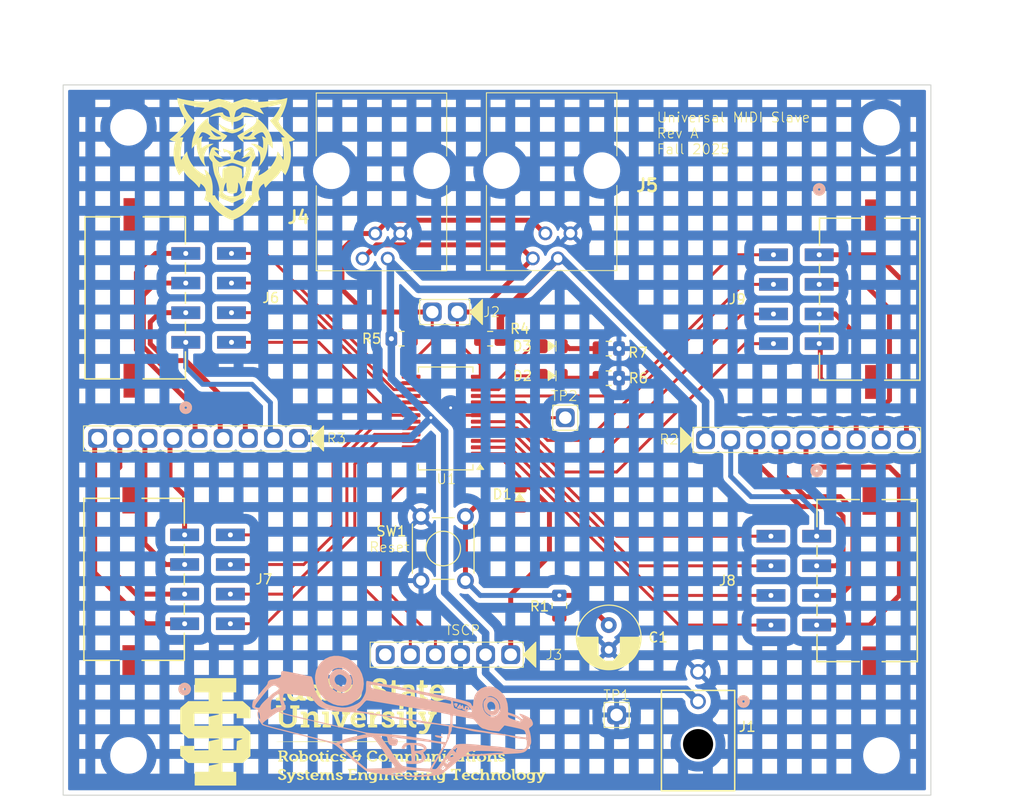
<source format=kicad_pcb>
(kicad_pcb (version 20241229) (generator "pcbnew") (generator_version "9.0")
  (layers (0 "F.Cu" signal) (2 "B.Cu" signal) (13 "F.Paste" user) (15 "B.Paste" user) (5 "F.SilkS" user "F.Silkscreen") (7 "B.SilkS" user "B.Silkscreen") (1 "F.Mask" user) (3 "B.Mask" user) (25 "Edge.Cuts" user))
  (net 0 "")
  (net 1 "Net-(D1-A)")
  (net 2 "Net-(D1-K)")
  (net 3 "Net-(D2-K)")
  (net 4 "Net-(D3-K)")
  (net 5 "Net-(D3-A)")
  (net 6 "GND")
  (net 7 "Net-(U1-RC3)")
  (net 8 "Net-(U1-RC4)")
  (net 9 "Net-(U1-ICSPDAT{slash}RB7)")
  (net 10 "Net-(U1-ICSPCLK{slash}RB6)")
  (net 12 "Net-(R3-R2)")
  (net 13 "Net-(R3-R3)")
  (net 14 "Net-(R3-R4)")
  (net 15 "Net-(R3-R1)")
  (net 16 "Net-(R3-R8)")
  (net 17 "Net-(R3-R7)")
  (net 18 "Net-(R3-R6)")
  (net 19 "Net-(R3-R5)")
  (net 20 "Net-(R2-R2)")
  (net 21 "Net-(R2-R4)")
  (net 22 "Net-(R2-R3)")
  (net 23 "Net-(R2-R1)")
  (net 24 "Net-(R2-R5)")
  (net 25 "Net-(R2-R8)")
  (net 26 "Net-(R2-R6)")
  (net 27 "Net-(R2-R7)")
  (net 28 "Net-(R1-Pad1)")
  (net 29 "Net-(U1-RA6)")
  (net 30 "Net-(U1-V_{DD})")
  (net 31 "Net-(U1-RA1)")
  (net 32 "Net-(U1-RA0)")
  (net 33 "Net-(U1-RB0)")
  (net 34 "Net-(U1-RA5)")
  (net 35 "Net-(U1-RB4)")
  (net 36 "Net-(U1-RB2)")
  (net 37 "Net-(U1-RB3)")
  (net 38 "Net-(U1-RC5)")
  (net 39 "Net-(U1-RC6)")
  (net 40 "Net-(U1-RC7)")
  (net 41 "Net-(U1-RB1)")
  (net 42 "Net-(U1-RA2)")
  (net 43 "Net-(U1-RA4)")
  (net 44 "Net-(U1-RA3)")
  (net 45 "Net-(U1-RC0)")
  (net 46 "Net-(D2-A)")
  (net 47 "Net-(U1-RA7)")
  (footprint "2JB_Footprints:C_0805" (layer "F.Cu") (at 201 73)
    (property "Reference" "R6" (at 3 0 0) (layer "F.SilkS"))
    (property "Value" "330Ω")
    (pad "1" smd roundrect (at -1.0375 0) (size 1.175 1.45) (layers "F.Cu" "F.Mask" "F.Paste") (roundrect_rratio 0.212766) (net 3 "Net-(D2-K)"))
    (pad "2" thru_hole roundrect (at 1.0375 0) (size 1.175 1.45) (drill 0.5) (layers "*.Cu" "*.Mask") (roundrect_rratio 0.212766) (net 6 "GND"))
  )
  (footprint "2JB_Footprints:1X6_100mil_Header" (layer "F.Cu") (at 184.73 107.604 180)
    (property "Reference" "J3" (at -10.73 6.604 0) (layer "F.SilkS") (effects (font (thickness 0.1))))
    (property "Value" "ISCP")
    (pad "1" thru_hole roundrect (at -6.35 6.604 180) (size 1.905 1.905) (drill 1.27) (layers "*.Cu" "*.Mask") (net 2 "Net-(D1-K)"))
    (pad "2" thru_hole roundrect (at -3.81 6.604 180) (size 1.905 1.905) (drill 1.27) (layers "*.Cu" "*.Mask") (net 30 "Net-(U1-V_{DD})"))
    (pad "3" thru_hole roundrect (at -1.27 6.604 180) (size 1.905 1.905) (drill 1.27) (layers "*.Cu" "*.Mask") (net 6 "GND"))
    (pad "4" thru_hole roundrect (at 1.27 6.604 180) (size 1.905 1.905) (drill 1.27) (layers "*.Cu" "*.Mask") (net 9 "Net-(U1-ICSPDAT{slash}RB7)"))
    (pad "5" thru_hole roundrect (at 3.81 6.604 180) (size 1.905 1.905) (drill 1.27) (layers "*.Cu" "*.Mask") (net 10 "Net-(U1-ICSPCLK{slash}RB6)"))
    (pad "6" thru_hole roundrect (at 6.35 6.604 180) (size 1.905 1.905) (drill 1.27) (layers "*.Cu" "*.Mask"))
  )
  (footprint "2JB_Logos:Bengal_Head_0_5x0_5" (layer "F.Cu") (at 162.9 50.8)
    (property "Reference" "G***" (hide yes))
    (property "Value" "LOGO" (hide yes))
  )
  (footprint "2JB_Footprints:1x9_100mil_Header" (layer "F.Cu") (at 219.662999 77.68)
    (property "Reference" "R2" (at -12.562999 1.52 0) (layer "F.SilkS") (effects (font (thickness 0.1))))
    (property "Value" "330Ω")
    (pad "1" thru_hole roundrect (at -8.86 1.57) (size 1.905 1.905) (drill 1.27) (layers "*.Cu" "*.Mask") (net 30 "Net-(U1-V_{DD})"))
    (pad "2" thru_hole roundrect (at -6.32 1.57) (size 1.905 1.905) (drill 1.27) (layers "*.Cu" "*.Mask") (net 23 "Net-(R2-R1)"))
    (pad "3" thru_hole roundrect (at -3.78 1.57) (size 1.905 1.905) (drill 1.27) (layers "*.Cu" "*.Mask") (net 20 "Net-(R2-R2)"))
    (pad "4" thru_hole roundrect (at -1.24 1.57) (size 1.905 1.905) (drill 1.27) (layers "*.Cu" "*.Mask") (net 22 "Net-(R2-R3)"))
    (pad "5" thru_hole roundrect (at 1.3 1.57) (size 1.905 1.905) (drill 1.27) (layers "*.Cu" "*.Mask") (net 21 "Net-(R2-R4)"))
    (pad "6" thru_hole roundrect (at 3.84 1.57) (size 1.905 1.905) (drill 1.27) (layers "*.Cu" "*.Mask") (net 24 "Net-(R2-R5)"))
    (pad "7" thru_hole roundrect (at 6.38 1.57) (size 1.905 1.905) (drill 1.27) (layers "*.Cu" "*.Mask") (net 26 "Net-(R2-R6)"))
    (pad "8" thru_hole roundrect (at 8.92 1.57) (size 1.905 1.905) (drill 1.27) (layers "*.Cu" "*.Mask") (net 27 "Net-(R2-R7)"))
    (pad "9" thru_hole roundrect (at 11.464442 1.579999) (size 1.905 1.905) (drill 1.27) (layers "*.Cu" "*.Mask") (net 25 "Net-(R2-R8)"))
  )
  (footprint "2JB_Footprints:8PinMolex_3.00mmPitch" (layer "F.Cu") (at 227.412999 65 90)
    (property "Reference" "J9" (at 0 -13.412999 0) (layer "F.SilkS"))
    (property "Value" "12-15")
    (pad "1" thru_hole rect (at 4.499999 -5.112999 90) (size 1.27 2.921) (drill 0.5) (layers "*.Cu" "*.Mask") (net 25 "Net-(R2-R8)"))
    (pad "2" thru_hole rect (at 1.5 -5.112999 90) (size 1.27 2.921) (drill 0.5) (layers "*.Cu" "*.Mask") (net 27 "Net-(R2-R7)"))
    (pad "3" thru_hole rect (at -1.5 -5.112999 90) (size 1.27 2.921) (drill 0.5) (layers "*.Cu" "*.Mask") (net 26 "Net-(R2-R6)"))
    (pad "4" thru_hole rect (at -4.499999 -5.112999 90) (size 1.27 2.921) (drill 0.5) (layers "*.Cu" "*.Mask") (net 24 "Net-(R2-R5)"))
    (pad "5" thru_hole rect (at 4.499999 -9.742998 90) (size 1.27 2.921) (drill 0.5) (layers "*.Cu" "*.Mask") (net 45 "Net-(U1-RC0)"))
    (pad "6" thru_hole rect (at 1.5 -9.742998 90) (size 1.27 2.921) (drill 0.5) (layers "*.Cu" "*.Mask") (net 47 "Net-(U1-RA7)"))
    (pad "7" thru_hole rect (at -1.5 -9.742998 90) (size 1.27 2.921) (drill 0.5) (layers "*.Cu" "*.Mask") (net 34 "Net-(U1-RA5)"))
    (pad "8" thru_hole rect (at -4.499999 -9.742998 90) (size 1.27 2.921) (drill 0.5) (layers "*.Cu" "*.Mask") (net 43 "Net-(U1-RA4)"))
    (pad "9" smd rect (at -8.385 0.357002 90) (size 3.429 1.651) (layers "F.Cu" "F.Mask" "F.Paste"))
    (pad "10" smd rect (at 8.385 0.357002 90) (size 3.429 1.651) (layers "F.Cu" "F.Mask" "F.Paste"))
  )
  (footprint "Package_SO:SSOP-28_5.3x10.2mm_P0.65mm" (layer "F.Cu") (at 184.88 77.415 180)
    (property "Reference" "U1" (hide yes))
    (property "Value" "PIC16F1788" (hide yes))
    (pad "1" smd roundrect (at -3.12 -3.885 180) (size 1.9 0.4) (layers "F.Cu" "F.Mask" "F.Paste") (net 2 "Net-(D1-K)"))
    (pad "2" smd roundrect (at -3.12 -3.235 180) (size 1.9 0.4) (layers "F.Cu" "F.Mask" "F.Paste") (net 32 "Net-(U1-RA0)"))
    (pad "3" smd roundrect (at -3.12 -2.585 180) (size 1.9 0.4) (layers "F.Cu" "F.Mask" "F.Paste") (net 31 "Net-(U1-RA1)"))
    (pad "4" smd roundrect (at -3.12 -1.935 180) (size 1.9 0.4) (layers "F.Cu" "F.Mask" "F.Paste") (net 42 "Net-(U1-RA2)"))
    (pad "5" smd roundrect (at -3.12 -1.285 180) (size 1.9 0.4) (layers "F.Cu" "F.Mask" "F.Paste") (net 44 "Net-(U1-RA3)"))
    (pad "6" smd roundrect (at -3.12 -0.635 180) (size 1.9 0.4) (layers "F.Cu" "F.Mask" "F.Paste") (net 43 "Net-(U1-RA4)"))
    (pad "7" smd roundrect (at -3.12 0.015 180) (size 1.9 0.4) (layers "F.Cu" "F.Mask" "F.Paste") (net 34 "Net-(U1-RA5)"))
    (pad "8" smd roundrect (at -3.12 0.665 180) (size 1.9 0.4) (layers "F.Cu" "F.Mask" "F.Paste") (net 6 "GND"))
    (pad "9" smd roundrect (at -3.12 1.315 180) (size 1.9 0.4) (layers "F.Cu" "F.Mask" "F.Paste") (net 47 "Net-(U1-RA7)"))
    (pad "10" smd roundrect (at -3.12 1.965 180) (size 1.9 0.4) (layers "F.Cu" "F.Mask" "F.Paste") (net 29 "Net-(U1-RA6)"))
    (pad "11" smd roundrect (at -3.12 2.615 180) (size 1.9 0.4) (layers "F.Cu" "F.Mask" "F.Paste") (net 45 "Net-(U1-RC0)"))
    (pad "12" smd roundrect (at -3.12 3.265 180) (size 1.9 0.4) (layers "F.Cu" "F.Mask" "F.Paste") (net 46 "Net-(D2-A)"))
    (pad "13" smd roundrect (at -3.12 3.915 180) (size 1.9 0.4) (layers "F.Cu" "F.Mask" "F.Paste") (net 5 "Net-(D3-A)"))
    (pad "14" smd roundrect (at -3.12 4.565 180) (size 1.9 0.4) (layers "F.Cu" "F.Mask" "F.Paste") (net 7 "Net-(U1-RC3)"))
    (pad "15" smd roundrect (at 3.88 4.565 180) (size 1.9 0.4) (layers "F.Cu" "F.Mask" "F.Paste") (net 8 "Net-(U1-RC4)"))
    (pad "16" smd roundrect (at 3.88 3.915 180) (size 1.9 0.4) (layers "F.Cu" "F.Mask" "F.Paste") (net 38 "Net-(U1-RC5)"))
    (pad "17" smd roundrect (at 3.88 3.265 180) (size 1.9 0.4) (layers "F.Cu" "F.Mask" "F.Paste") (net 39 "Net-(U1-RC6)"))
    (pad "18" smd roundrect (at 3.88 2.615 180) (size 1.9 0.4) (layers "F.Cu" "F.Mask" "F.Paste") (net 40 "Net-(U1-RC7)"))
    (pad "19" smd roundrect (at 3.88 1.965 180) (size 1.9 0.4) (layers "F.Cu" "F.Mask" "F.Paste") (net 6 "GND"))
    (pad "20" smd roundrect (at 3.88 1.315 180) (size 1.9 0.4) (layers "F.Cu" "F.Mask" "F.Paste") (net 30 "Net-(U1-V_{DD})"))
    (pad "21" smd roundrect (at 3.88 0.665 180) (size 1.9 0.4) (layers "F.Cu" "F.Mask" "F.Paste") (net 33 "Net-(U1-RB0)"))
    (pad "22" smd roundrect (at 3.88 0.015 180) (size 1.9 0.4) (layers "F.Cu" "F.Mask" "F.Paste") (net 41 "Net-(U1-RB1)"))
    (pad "23" smd roundrect (at 3.88 -0.635 180) (size 1.9 0.4) (layers "F.Cu" "F.Mask" "F.Paste") (net 36 "Net-(U1-RB2)"))
    (pad "24" smd roundrect (at 3.88 -1.285 180) (size 1.9 0.4) (layers "F.Cu" "F.Mask" "F.Paste") (net 37 "Net-(U1-RB3)"))
    (pad "25" smd roundrect (at 3.88 -1.935 180) (size 1.9 0.4) (layers "F.Cu" "F.Mask" "F.Paste") (net 35 "Net-(U1-RB4)"))
    (pad "26" smd roundrect (at 3.88 -2.585 180) (size 1.9 0.4) (layers "F.Cu" "F.Mask" "F.Paste"))
    (pad "27" smd roundrect (at 3.88 -3.235 180) (size 1.9 0.4) (layers "F.Cu" "F.Mask" "F.Paste") (net 10 "Net-(U1-ICSPCLK{slash}RB6)"))
    (pad "28" smd roundrect (at 3.88 -3.885 180) (size 1.9 0.4) (layers "F.Cu" "F.Mask" "F.Paste") (net 9 "Net-(U1-ICSPDAT{slash}RB7)"))
  )
  (footprint "2JB_Footprints:D_0805" (layer "F.Cu") (at 191.238 85.27 90)
    (property "Reference" "D1" (at 0.508 -1.016 180) (layer "F.SilkS"))
    (property "Value" "1N4148" (hide yes))
    (pad "1" smd roundrect (at 1.27 0.762 90) (size 1.15 1.4) (layers "F.Cu" "F.Mask" "F.Paste") (roundrect_rratio 0.217391) (net 2 "Net-(D1-K)"))
    (pad "2" smd roundrect (at -0.762 0.762 90) (size 1.15 1.4) (layers "F.Cu" "F.Mask" "F.Paste") (roundrect_rratio 0.217391) (net 1 "Net-(D1-A)"))
  )
  (footprint "2JB_Footprints:8PinMolex_3.00mmPitch" (layer "F.Cu") (at 153.079539 64.866817 -90)
    (property "Reference" "J6" (at 0 -13.720461 0) (layer "F.SilkS"))
    (property "Value" "0-3")
    (pad "1" thru_hole rect (at 4.499999 -5.112999 270) (size 1.27 2.921) (drill 0.5) (layers "*.Cu" "*.Mask") (net 15 "Net-(R3-R1)"))
    (pad "2" thru_hole rect (at 1.5 -5.112999 270) (size 1.27 2.921) (drill 0.5) (layers "*.Cu" "*.Mask") (net 12 "Net-(R3-R2)"))
    (pad "3" thru_hole rect (at -1.5 -5.112999 270) (size 1.27 2.921) (drill 0.5) (layers "*.Cu" "*.Mask") (net 13 "Net-(R3-R3)"))
    (pad "4" thru_hole rect (at -4.499999 -5.112999 270) (size 1.27 2.921) (drill 0.5) (layers "*.Cu" "*.Mask") (net 14 "Net-(R3-R4)"))
    (pad "5" thru_hole rect (at 4.499999 -9.742998 270) (size 1.27 2.921) (drill 0.5) (layers "*.Cu" "*.Mask") (net 33 "Net-(U1-RB0)"))
    (pad "6" thru_hole rect (at 1.5 -9.742998 270) (size 1.27 2.921) (drill 0.5) (layers "*.Cu" "*.Mask") (net 40 "Net-(U1-RC7)"))
    (pad "7" thru_hole rect (at -1.5 -9.742998 270) (size 1.27 2.921) (drill 0.5) (layers "*.Cu" "*.Mask") (net 39 "Net-(U1-RC6)"))
    (pad "8" thru_hole rect (at -4.499999 -9.742998 270) (size 1.27 2.921) (drill 0.5) (layers "*.Cu" "*.Mask") (net 38 "Net-(U1-RC5)"))
    (pad "9" smd rect (at -8.385 0.357002 270) (size 3.429 1.651) (layers "F.Cu" "F.Mask" "F.Paste"))
    (pad "10" smd rect (at 8.385 0.357002 270) (size 3.429 1.651) (layers "F.Cu" "F.Mask" "F.Paste"))
  )
  (footprint "MountingHole:MountingHole_3.2mm_M3_ISO7380" (layer "F.Cu") (at 152.4 47.6)
    (property "Reference" "REF**" (hide yes))
    (property "Value" "MountingHole_3.2mm_M3_ISO7380")
    (pad "" np_thru_hole circle (at 0 0) (size 3.2 3.2) (drill 3.2) (layers "*.Cu" "*.Mask"))
  )
  (footprint "2JB_Footprints:D_0805" (layer "F.Cu") (at 195 72)
    (property "Reference" "D2" (at -2.73 0.762 0) (layer "F.SilkS"))
    (property "Value" "Powered" (hide yes))
    (pad "1" smd roundrect (at 1.27 0.762) (size 1.15 1.4) (layers "F.Cu" "F.Mask" "F.Paste") (roundrect_rratio 0.217391) (net 3 "Net-(D2-K)"))
    (pad "2" smd roundrect (at -0.762 0.762) (size 1.15 1.4) (layers "F.Cu" "F.Mask" "F.Paste") (roundrect_rratio 0.217391) (net 46 "Net-(D2-A)"))
  )
  (footprint "2JB_Footprints:C_0805" (layer "F.Cu") (at 189 69 180)
    (property "Reference" "R4" (at -3 1 0) (layer "F.SilkS"))
    (property "Value" "2.2KΩ")
    (pad "1" smd roundrect (at -1.0375 0 180) (size 1.175 1.45) (layers "F.Cu" "F.Mask" "F.Paste") (roundrect_rratio 0.212766) (net 30 "Net-(U1-V_{DD})"))
    (pad "2" smd roundrect (at 1.0375 0 180) (size 1.175 1.45) (layers "F.Cu" "F.Mask" "F.Paste") (roundrect_rratio 0.212766) (net 7 "Net-(U1-RC3)"))
  )
  (footprint "2JB_Footprints:8PinMolex_3.00mmPitch" (layer "F.Cu") (at 227.155997 93.499999 90)
    (property "Reference" "J8" (at 0 -14.155997 0) (layer "F.SilkS"))
    (property "Value" "8-11")
    (pad "1" thru_hole rect (at 4.499999 -5.112999 90) (size 1.27 2.921) (drill 0.5) (layers "*.Cu" "*.Mask") (net 23 "Net-(R2-R1)"))
    (pad "2" thru_hole rect (at 1.5 -5.112999 90) (size 1.27 2.921) (drill 0.5) (layers "*.Cu" "*.Mask") (net 20 "Net-(R2-R2)"))
    (pad "3" thru_hole rect (at -1.5 -5.112999 90) (size 1.27 2.921) (drill 0.5) (layers "*.Cu" "*.Mask") (net 22 "Net-(R2-R3)"))
    (pad "4" thru_hole rect (at -4.499999 -5.112999 90) (size 1.27 2.921) (drill 0.5) (layers "*.Cu" "*.Mask") (net 21 "Net-(R2-R4)"))
    (pad "5" thru_hole rect (at 4.499999 -9.742998 90) (size 1.27 2.921) (drill 0.5) (layers "*.Cu" "*.Mask") (net 44 "Net-(U1-RA3)"))
    (pad "6" thru_hole rect (at 1.5 -9.742998 90) (size 1.27 2.921) (drill 0.5) (layers "*.Cu" "*.Mask") (net 42 "Net-(U1-RA2)"))
    (pad "7" thru_hole rect (at -1.5 -9.742998 90) (size 1.27 2.921) (drill 0.5) (layers "*.Cu" "*.Mask") (net 31 "Net-(U1-RA1)"))
    (pad "8" thru_hole rect (at -4.499999 -9.742998 90) (size 1.27 2.921) (drill 0.5) (layers "*.Cu" "*.Mask") (net 32 "Net-(U1-RA0)"))
    (pad "9" smd rect (at -8.385 0.357002 90) (size 3.429 1.651) (layers "F.Cu" "F.Mask" "F.Paste"))
    (pad "10" smd rect (at 8.385 0.357002 90) (size 3.429 1.651) (layers "F.Cu" "F.Mask" "F.Paste"))
  )
  (footprint "MountingHole:MountingHole_3.2mm_M3_ISO7380" (layer "F.Cu") (at 228.6 47.6)
    (property "Reference" "REF**" (hide yes))
    (property "Value" "MountingHole_3.2mm_M3_ISO7380")
    (pad "" np_thru_hole circle (at 0 0) (size 3.2 3.2) (drill 3.2) (layers "*.Cu" "*.Mask"))
  )
  (footprint "2JB_Footprints:1X2_100mil_Header" (layer "F.Cu") (at 165.36 66.3 180)
    (property "Reference" "J2" (at -23.78 0 0) (layer "F.SilkS") (effects (font (thickness 0.1))))
    (property "Value" "I2C Test Point")
    (pad "1" thru_hole roundrect (at -20.32 0 180) (size 1.905 1.905) (drill 1.27) (layers "*.Cu" "*.Mask") (net 7 "Net-(U1-RC3)"))
    (pad "2" thru_hole roundrect (at -17.78 0 180) (size 1.905 1.905) (drill 1.27) (layers "*.Cu" "*.Mask") (net 8 "Net-(U1-RC4)"))
  )
  (footprint "2JB_Footprints:1X1_100mil_Header" (layer "F.Cu") (at 222.12 107.1)
    (property "Reference" "TP1" (at -20.32 -2 0) (layer "F.SilkS") (effects (font (thickness 0.1))))
    (property "Value" "GND")
    (pad "1" thru_hole roundrect (at -20.32 0) (size 1.905 1.905) (drill 1.27) (layers "*.Cu" "*.Mask") (net 6 "GND"))
  )
  (footprint "2JB_Footprints:8PinMolex_3.00mmPitch" (layer "F.Cu") (at 152.96654 93.366816 -90)
    (property "Reference" "J7" (at 0 -13.13346 0) (layer "F.SilkS"))
    (property "Value" "4-7")
    (pad "1" thru_hole rect (at 4.499999 -5.112999 270) (size 1.27 2.921) (drill 0.5) (layers "*.Cu" "*.Mask") (net 16 "Net-(R3-R8)"))
    (pad "2" thru_hole rect (at 1.5 -5.112999 270) (size 1.27 2.921) (drill 0.5) (layers "*.Cu" "*.Mask") (net 17 "Net-(R3-R7)"))
    (pad "3" thru_hole rect (at -1.5 -5.112999 270) (size 1.27 2.921) (drill 0.5) (layers "*.Cu" "*.Mask") (net 18 "Net-(R3-R6)"))
    (pad "4" thru_hole rect (at -4.499999 -5.112999 270) (size 1.27 2.921) (drill 0.5) (layers "*.Cu" "*.Mask") (net 19 "Net-(R3-R5)"))
    (pad "5" thru_hole rect (at 4.499999 -9.742998 270) (size 1.27 2.921) (drill 0.5) (layers "*.Cu" "*.Mask") (net 35 "Net-(U1-RB4)"))
    (pad "6" thru_hole rect (at 1.5 -9.742998 270) (size 1.27 2.921) (drill 0.5) (layers "*.Cu" "*.Mask") (net 37 "Net-(U1-RB3)"))
    (pad "7" thru_hole rect (at -1.5 -9.742998 270) (size 1.27 2.921) (drill 0.5) (layers "*.Cu" "*.Mask") (net 36 "Net-(U1-RB2)"))
    (pad "8" thru_hole rect (at -4.499999 -9.742998 270) (size 1.27 2.921) (drill 0.5) (layers "*.Cu" "*.Mask") (net 41 "Net-(U1-RB1)"))
    (pad "9" smd rect (at -8.385 0.357002 270) (size 3.429 1.651) (layers "F.Cu" "F.Mask" "F.Paste"))
    (pad "10" smd rect (at 8.385 0.357002 270) (size 3.429 1.651) (layers "F.Cu" "F.Mask" "F.Paste"))
  )
  (footprint "2JB_Footprints:C_0805" (layer "F.Cu") (at 196 96.0375 90)
    (property "Reference" "R1" (at -0.0625 -2 180) (layer "F.SilkS"))
    (property "Value" "10KΩ")
    (pad "1" smd roundrect (at -1.0375 0 90) (size 1.175 1.45) (layers "F.Cu" "F.Mask" "F.Paste") (roundrect_rratio 0.212766) (net 28 "Net-(R1-Pad1)"))
    (pad "2" thru_hole roundrect (at 1.0375 0 90) (size 1.175 1.45) (drill 0.4) (layers "*.Cu" "*.Mask") (roundrect_rratio 0.212766) (net 1 "Net-(D1-A)"))
  )
  (footprint "2JB_Logos:Stacked_ISU_1_5x0_5" (layer "F.Cu") (at 176.341737 108.580421)
    (property "Reference" "G***" (hide yes))
    (property "Value" "LOGO" (hide yes))
  )
  (footprint "2JB_Footprints:2PinMolex" (layer "F.Cu") (at 210.0396 105.7357)
    (property "Reference" "J1" (at 4.9784 2.5643 0) (layer "F.SilkS"))
    (property "Value" "Power In")
    (pad "" np_thru_hole circle (at 0 4.320002) (size 3.048 3.048) (drill 3.048) (layers))
    (pad "1" thru_hole circle (at 0 0) (size 1.5748 1.5748) (drill 1.0668) (layers "*.Cu" "*.Mask") (net 30 "Net-(U1-V_{DD})"))
    (pad "2" thru_hole circle (at 0 -2.999999) (size 1.5748 1.5748) (drill 1.0668) (layers "*.Cu" "*.Mask") (net 6 "GND"))
  )
  (footprint "MountingHole:MountingHole_3.2mm_M3_ISO7380" (layer "F.Cu") (at 228.6 111.2)
    (property "Reference" "REF**" (hide yes))
    (property "Value" "MountingHole_3.2mm_M3_ISO7380")
    (pad "" np_thru_hole circle (at 0 0) (size 3.2 3.2) (drill 3.2) (layers "*.Cu" "*.Mask"))
  )
  (footprint "2JB_Footprints:RJ11" (layer "F.Cu") (at 195.222401 51.978877 180)
    (property "Reference" "J5" (at -9.677599 -1.5 0) (layer "F.SilkS") (effects (font (size 1.27 1.27) (thickness 0.254))))
    (property "Value" "I2C In" (hide yes))
    (pad "" np_thru_hole circle (at -5.08 0 180) (size 3.2 3.2) (drill 3.2) (layers "*.Cu" "*.Mask"))
    (pad "" np_thru_hole circle (at 5.08 0 180) (size 3.2 3.2) (drill 3.2) (layers "*.Cu" "*.Mask"))
    (pad "1" thru_hole circle (at -1.905 -6.35 180) (size 1.4 1.4) (drill 0.9) (layers "*.Cu" "*.Mask") (net 6 "GND"))
    (pad "2" thru_hole circle (at -0.635 -8.89 180) (size 1.4 1.4) (drill 0.9) (layers "*.Cu" "*.Mask") (net 30 "Net-(U1-V_{DD})"))
    (pad "3" thru_hole circle (at 0.635 -6.35 180) (size 1.4 1.4) (drill 0.9) (layers "*.Cu" "*.Mask") (net 8 "Net-(U1-RC4)"))
    (pad "4" thru_hole circle (at 1.905 -8.89 180) (size 1.4 1.4) (drill 0.9) (layers "*.Cu" "*.Mask") (net 7 "Net-(U1-RC3)"))
  )
  (footprint "2JB_Footprints:C_0805" (layer "F.Cu") (at 201 70)
    (property "Reference" "R7" (at 2.9625 0.41 0) (layer "F.SilkS"))
    (property "Value" "330Ω")
    (pad "1" smd roundrect (at -1.0375 0) (size 1.175 1.45) (layers "F.Cu" "F.Mask" "F.Paste") (roundrect_rratio 0.212766) (net 4 "Net-(D3-K)"))
    (pad "2" thru_hole roundrect (at 1.0375 0) (size 1.175 1.45) (drill 0.5) (layers "*.Cu" "*.Mask") (roundrect_rratio 0.212766) (net 6 "GND"))
  )
  (footprint "2JB_Footprints:RJ11" (layer "F.Cu") (at 178 52 180)
    (property "Reference" "J4" (at 8.4 -4.7 0) (layer "F.SilkS") (effects (font (size 1.27 1.27) (thickness 0.254))))
    (property "Value" "I2C Through" (hide yes))
    (pad "" np_thru_hole circle (at -5.08 0 180) (size 3.2 3.2) (drill 3.2) (layers "*.Cu" "*.Mask"))
    (pad "" np_thru_hole circle (at 5.08 0 180) (size 3.2 3.2) (drill 3.2) (layers "*.Cu" "*.Mask"))
    (pad "1" thru_hole circle (at -1.905 -6.35 180) (size 1.4 1.4) (drill 0.9) (layers "*.Cu" "*.Mask") (net 6 "GND"))
    (pad "2" thru_hole circle (at -0.635 -8.89 180) (size 1.4 1.4) (drill 0.9) (layers "*.Cu" "*.Mask") (net 30 "Net-(U1-V_{DD})"))
    (pad "3" thru_hole circle (at 0.635 -6.35 180) (size 1.4 1.4) (drill 0.9) (layers "*.Cu" "*.Mask") (net 8 "Net-(U1-RC4)"))
    (pad "4" thru_hole circle (at 1.905 -8.89 180) (size 1.4 1.4) (drill 0.9) (layers "*.Cu" "*.Mask") (net 7 "Net-(U1-RC3)"))
  )
  (footprint "2JB_Footprints:1x9_100mil_Header" (layer "F.Cu") (at 160.74 80.67 180)
    (property "Reference" "R3" (at -12.7 1.57 0) (layer "F.SilkS") (effects (font (thickness 0.1))))
    (property "Value" "330Ω")
    (pad "1" thru_hole roundrect (at -8.86 1.57 180) (size 1.905 1.905) (drill 1.27) (layers "*.Cu" "*.Mask") (net 30 "Net-(U1-V_{DD})"))
    (pad "2" thru_hole roundrect (at -6.32 1.57 180) (size 1.905 1.905) (drill 1.27) (layers "*.Cu" "*.Mask") (net 15 "Net-(R3-R1)"))
    (pad "3" thru_hole roundrect (at -3.78 1.57 180) (size 1.905 1.905) (drill 1.27) (layers "*.Cu" "*.Mask") (net 12 "Net-(R3-R2)"))
    (pad "4" thru_hole roundrect (at -1.24 1.57 180) (size 1.905 1.905) (drill 1.27) (layers "*.Cu" "*.Mask") (net 13 "Net-(R3-R3)"))
    (pad "5" thru_hole roundrect (at 1.3 1.57 180) (size 1.905 1.905) (drill 1.27) (layers "*.Cu" "*.Mask") (net 14 "Net-(R3-R4)"))
    (pad "6" thru_hole roundrect (at 3.84 1.57 180) (size 1.905 1.905) (drill 1.27) (layers "*.Cu" "*.Mask") (net 19 "Net-(R3-R5)"))
    (pad "7" thru_hole roundrect (at 6.38 1.57 180) (size 1.905 1.905) (drill 1.27) (layers "*.Cu" "*.Mask") (net 18 "Net-(R3-R6)"))
    (pad "8" thru_hole roundrect (at 8.92 1.57 180) (size 1.905 1.905) (drill 1.27) (layers "*.Cu" "*.Mask") (net 17 "Net-(R3-R7)"))
    (pad "9" thru_hole roundrect (at 11.464442 1.579999 180) (size 1.905 1.905) (drill 1.27) (layers "*.Cu" "*.Mask") (net 16 "Net-(R3-R8)"))
  )
  (footprint "Button_Switch_THT:SW_TH_Tactile_Omron_B3F-100x" (layer "F.Cu") (at 182 93.5 90)
    (property "Reference" "SW1" (at 5 -3 180) (layer "F.SilkS"))
    (property "Value" "Reset")
    (pad "1" thru_hole circle (at 0 0 90) (size 1.7 1.7) (drill 1) (layers "*.Cu" "*.Mask") (net 6 "GND"))
    (pad "1" thru_hole circle (at 6.5 0 90) (size 1.7 1.7) (drill 1) (layers "*.Cu" "*.Mask") (net 6 "GND"))
    (pad "2" thru_hole circle (at 0 4.5 90) (size 1.7 1.7) (drill 1) (layers "*.Cu" "*.Mask") (net 1 "Net-(D1-A)"))
    (pad "2" thru_hole circle (at 6.5 4.5 90) (size 1.7 1.7) (drill 1) (layers "*.Cu" "*.Mask") (net 1 "Net-(D1-A)"))
  )
  (footprint "2JB_Footprints:C_0805" (layer "F.Cu") (at 180.0375 69)
    (property "Reference" "R5" (at -3.0375 0 0) (layer "F.SilkS"))
    (property "Value" "2.2KΩ")
    (pad "1" thru_hole roundrect (at -1.0375 0) (size 1.175 1.45) (drill 0.5) (layers "*.Cu" "*.Mask") (roundrect_rratio 0.212766) (net 30 "Net-(U1-V_{DD})"))
    (pad "2" smd roundrect (at 1.0375 0) (size 1.175 1.45) (layers "F.Cu" "F.Mask" "F.Paste") (roundrect_rratio 0.212766) (net 8 "Net-(U1-RC4)"))
  )
  (footprint "2JB_Footprints:1X1_100mil_Header" (layer "F.Cu") (at 216.92 77)
    (property "Reference" "TP2" (at -20.42 -2.2 0) (layer "F.SilkS") (effects (font (thickness 0.1))))
    (property "Value" "Clock Out")
    (pad "1" thru_hole roundrect (at -20.32 0) (size 1.905 1.905) (drill 1.27) (layers "*.Cu" "*.Mask") (net 29 "Net-(U1-RA6)"))
  )
  (footprint "2JB_Footprints:D_0805" (layer "F.Cu") (at 195 69)
    (property "Reference" "D3" (at -2.762 0.762 0) (layer "F.SilkS"))
    (property "Value" "Status" (hide yes))
    (pad "1" smd roundrect (at 1.27 0.762) (size 1.15 1.4) (layers "F.Cu" "F.Mask" "F.Paste") (roundrect_rratio 0.217391) (net 4 "Net-(D3-K)"))
    (pad "2" smd roundrect (at -0.762 0.762) (size 1.15 1.4) (layers "F.Cu" "F.Mask" "F.Paste") (roundrect_rratio 0.217391) (net 5 "Net-(D3-A)"))
  )
  (footprint "Capacitor_THT:C_Radial_D6.3mm_H11.0mm_P2.50mm" (layer "F.Cu") (at 201 98 -90)
    (property "Reference" "C1" (at 1.25 -5 0) (layer "F.SilkS"))
    (property "Value" "10µF")
    (pad "1" thru_hole circle (at 0 0 270) (size 1.6 1.6) (drill 0.8) (layers "*.Cu" "*.Mask") (net 1 "Net-(D1-A)"))
    (pad "2" thru_hole circle (at 2.5 0 270) (size 1.6 1.6) (drill 0.8) (layers "*.Cu" "*.Mask") (net 6 "GND"))
  )
  (footprint "MountingHole:MountingHole_3.2mm_M3_ISO7380" (layer "F.Cu") (at 152.4 111.2)
    (property "Reference" "REF**" (hide yes))
    (property "Value" "MountingHole_3.2mm_M3_ISO7380")
    (pad "" np_thru_hole circle (at 0 0) (size 3.2 3.2) (drill 3.2) (layers "*.Cu" "*.Mask"))
  )
  (footprint "2JB_Logos:JB_Logo_1_1x0_5" (layer "B.Cu") (at 178.992437 107.28731)
    (property "Reference" "G***" (hide yes))
    (property "Value" "LOGO" (hide yes))
  )
  (gr_rect (start 145.787461 43.3) (end 233.600999 115.23) (stroke (width 0.1)) (fill no) (layer "Edge.Cuts"))
  (gr_text "Reset" (at 176.7 90.7 0) (layer "F.SilkS") (effects (font (size 1 1) (thickness 0.1)) (justify left bottom)))
  (gr_text "Universal MIDI Slave\nRev A\nFall 2025" (at 205.8 50.4 0) (layer "F.SilkS") (effects (font (size 1 1) (thickness 0.1)) (justify left bottom)))
  (gr_text "ISCP" (at 184.5 99.1 0) (layer "F.SilkS") (effects (font (size 1 1) (thickness 0.1)) (justify left bottom)))
  (gr_text "U1" (at 183.5 83.8 0) (layer "F.SilkS") (effects (font (size 1 1) (thickness 0.1)) (justify left bottom)))
  (segment (start 187.468 86.032) (end 192 86.032) (width 0.5) (layer "F.Cu") (net 1))
  (segment (start 198 95) (end 196 95) (width 0.5) (layer "F.Cu") (net 1))
  (segment (start 186.5 87) (end 187.468 86.032) (width 0.5) (layer "F.Cu") (net 1))
  (segment (start 186.5 93.5) (end 186.5 87) (width 0.5) (layer "F.Cu") (net 1))
  (segment (start 201 98) (end 198 95) (width 0.5) (layer "F.Cu") (net 1))
  (segment (start 188 95) (end 186.5 93.5) (width 0.5) (layer "B.Cu") (net 1))
  (segment (start 196 95) (end 188 95) (width 0.5) (layer "B.Cu") (net 1))
  (segment (start 195 86) (end 193 84) (width 0.5) (layer "F.Cu") (net 2))
  (segment (start 195 91) (end 195 86) (width 0.5) (layer "F.Cu") (net 2))
  (segment (start 191.08 101) (end 191.08 94.92) (width 0.5) (layer "F.Cu") (net 2))
  (segment (start 188 81.3) (end 190.3 81.3) (width 0.3) (layer "F.Cu") (net 2))
  (segment (start 191.08 94.92) (end 195 91) (width 0.5) (layer "F.Cu") (net 2))
  (segment (start 192 83) (end 192 84) (width 0.3) (layer "F.Cu") (net 2))
  (segment (start 190.3 81.3) (end 192 83) (width 0.3) (layer "F.Cu") (net 2))
  (segment (start 193 84) (end 192 84) (width 0.5) (layer "F.Cu") (net 2))
  (segment (start 199.9625 73) (end 196.508 73) (width 0.5) (layer "F.Cu") (net 3))
  (segment (start 196.508 73) (end 196.27 72.762) (width 0.5) (layer "F.Cu") (net 3))
  (segment (start 196.762 69.762) (end 196.27 69.762) (width 0.5) (layer "F.Cu") (net 4))
  (segment (start 199.9625 70) (end 197 70) (width 0.5) (layer "F.Cu") (net 4))
  (segment (start 197 70) (end 196.762 69.762) (width 0.5) (layer "F.Cu") (net 4))
  (segment (start 189.5 73.5) (end 193.238 69.762) (width 0.3) (layer "F.Cu") (net 5))
  (segment (start 193.238 69.762) (end 194.238 69.762) (width 0.3) (layer "F.Cu") (net 5))
  (segment (start 188 73.5) (end 189.5 73.5) (width 0.3) (layer "F.Cu") (net 5))
  (segment (start 185.75 76.75) (end 188 76.75) (width 0.3) (layer "F.Cu") (net 6))
  (segment (start 184.45 75.45) (end 185 76) (width 0.3) (layer "F.Cu") (net 6))
  (segment (start 181 75.45) (end 184.45 75.45) (width 0.3) (layer "F.Cu") (net 6))
  (segment (start 185 76) (end 185.75 76.75) (width 0.3) (layer "F.Cu") (net 6))
  (via (at 185 76) (size 0.6) (drill 0.3) (layers "F.Cu" "B.Cu") (net 6))
  (segment (start 187.886278 66.3) (end 185.68 66.3) (width 0.5) (layer "F.Cu") (net 7))
  (segment (start 188 71.62) (end 185.68 69.3) (width 0.3) (layer "F.Cu") (net 7))
  (segment (start 176.095 60.89) (end 177.484 59.501) (width 0.5) (layer "F.Cu") (net 7))
  (segment (start 188 71.62) (end 188 69.0375) (width 0.3) (layer "F.Cu") (net 7))
  (segment (start 177.484 59.501) (end 191.861 59.501) (width 0.5) (layer "F.Cu") (net 7))
  (segment (start 188 72.85) (end 188 71.62) (width 0.3) (layer "F.Cu") (net 7))
  (segment (start 188 69.0375) (end 187.9625 69) (width 0.3) (layer "F.Cu") (net 7))
  (segment (start 187.9625 69) (end 187.9625 68.5825) (width 0.5) (layer "F.Cu") (net 7))
  (segment (start 191.861 59.501) (end 193.6 61.24) (width 0.5) (layer "F.Cu") (net 7))
  (segment (start 185.68 69.3) (end 185.68 66.3) (width 0.3) (layer "F.Cu") (net 7))
  (segment (start 192.946278 61.24) (end 187.886278 66.3) (width 0.5) (layer "F.Cu") (net 7))
  (segment (start 181 69.075) (end 181.075 69) (width 0.3) (layer "F.Cu") (net 8))
  (segment (start 178.715 57) (end 193.17 57) (width 0.5) (layer "F.Cu") (net 8))
  (segment (start 177.365 58.35) (end 178.715 57) (width 0.5) (layer "F.Cu") (net 8))
  (segment (start 175.65 58.35) (end 174 60) (width 0.5) (layer "F.Cu") (net 8))
  (segment (start 193.17 57) (end 194.87 58.7) (width 0.5) (layer "F.Cu") (net 8))
  (segment (start 181 72.85) (end 181 71.4475) (width 0.3) (layer "F.Cu") (net 8))
  (segment (start 174 60) (end 174 64) (width 0.5) (layer "F.Cu") (net 8))
  (segment (start 181 71.4475) (end 183.14 69.3075) (width 0.3) (layer "F.Cu") (net 8))
  (segment (start 174 64) (end 176.3 66.3) (width 0.5) (layer "F.Cu") (net 8))
  (segment (start 183.14 69.3075) (end 183.14 66.3) (width 0.3) (layer "F.Cu") (net 8))
  (segment (start 181 72.85) (end 181 69.075) (width 0.3) (layer "F.Cu") (net 8))
  (segment (start 177.365 58.35) (end 175.65 58.35) (width 0.5) (layer "F.Cu") (net 8))
  (segment (start 176.3 66.3) (end 183.14 66.3) (width 0.5) (layer "F.Cu") (net 8))
  (segment (start 183.46 99.46) (end 178 94) (width 0.3) (layer "F.Cu") (net 9))
  (segment (start 181 83.15) (end 181 81.3) (width 0.3) (layer "F.Cu") (net 9))
  (segment (start 178 94) (end 178 86.15) (width 0.3) (layer "F.Cu") (net 9))
  (segment (start 183.46 101) (end 183.46 99.46) (width 0.3) (layer "F.Cu") (net 9))
  (segment (start 178 86.15) (end 181 83.15) (width 0.3) (layer "F.Cu") (net 9))
  (segment (start 176 94) (end 176 82) (width 0.3) (layer "F.Cu") (net 10))
  (segment (start 180.92 98.92) (end 176 94) (width 0.3) (layer "F.Cu") (net 10))
  (segment (start 177.35 80.65) (end 181 80.65) (width 0.3) (layer "F.Cu") (net 10))
  (segment (start 176 82) (end 177.35 80.65) (width 0.3) (layer "F.Cu") (net 10))
  (segment (start 180.92 101) (end 180.92 98.92) (width 0.3) (layer "F.Cu") (net 10))
  (segment (start 158.199539 71.216817) (end 156.290903 71.216817) (width 0.5) (layer "F.Cu") (net 12))
  (segment (start 164.22 77.237278) (end 158.199539 71.216817) (width 0.5) (layer "F.Cu") (net 12))
  (segment (start 154.600539 67.315817) (end 155.549539 66.366817) (width 0.5) (layer "F.Cu") (net 12))
  (segment (start 155.549539 66.366817) (end 158.192538 66.366817) (width 0.5) (layer "F.Cu") (net 12))
  (segment (start 154.600539 69.526453) (end 154.600539 67.315817) (width 0.5) (layer "F.Cu") (net 12))
  (segment (start 156.290903 71.216817) (end 154.600539 69.526453) (width 0.5) (layer "F.Cu") (net 12))
  (segment (start 164.22 79.1) (end 164.22 77.237278) (width 0.5) (layer "F.Cu") (net 12))
  (segment (start 161.68 77.597278) (end 153.899539 69.816817) (width 0.5) (layer "F.Cu") (net 13))
  (segment (start 161.68 79.1) (end 161.68 77.597278) (width 0.5) (layer "F.Cu") (net 13))
  (segment (start 153.899539 69.816817) (end 153.899539 64.616817) (width 0.5) (layer "F.Cu") (net 13))
  (segment (start 155.149539 63.366817) (end 158.192538 63.366817) (width 0.5) (layer "F.Cu") (net 13))
  (segment (start 153.899539 64.616817) (end 155.149539 63.366817) (width 0.5) (layer "F.Cu") (net 13))
  (segment (start 155.149538 60.366818) (end 158.192538 60.366818) (width 0.5) (layer "F.Cu") (net 14))
  (segment (start 153.198539 70.107181) (end 153.198539 62.317817) (width 0.5) (layer "F.Cu") (net 14))
  (segment (start 153.198539 62.317817) (end 155.149538 60.366818) (width 0.5) (layer "F.Cu") (net 14))
  (segment (start 159.14 79.1) (end 159.14 76.048642) (width 0.5) (layer "F.Cu") (net 14))
  (segment (start 159.14 76.048642) (end 153.198539 70.107181) (width 0.5) (layer "F.Cu") (net 14))
  (segment (start 166.76 79.1) (end 166.76 78.341528) (width 0.5) (layer "F.Cu") (net 15))
  (segment (start 158.192538 69.774066) (end 158.192538 69.366816) (width 0.5) (layer "F.Cu") (net 15))
  (segment (start 159.899539 73.616817) (end 164.899539 73.616817) (width 0.5) (layer "B.Cu") (net 15))
  (segment (start 164.899539 73.616817) (end 166.76 75.477278) (width 0.5) (layer "B.Cu") (net 15))
  (segment (start 158.192538 69.366816) (end 158.192538 71.909816) (width 0.5) (layer "B.Cu") (net 15))
  (segment (start 158.192538 71.909816) (end 159.899539 73.616817) (width 0.5) (layer "B.Cu") (net 15))
  (segment (start 166.76 75.477278) (end 166.76 79.1) (width 0.5) (layer "B.Cu") (net 15))
  (segment (start 154.149537 97.866815) (end 158.079539 97.866815) (width 0.5) (layer "F.Cu") (net 16))
  (segment (start 148.975558 92.692836) (end 154.149537 97.866815) (width 0.5) (layer "F.Cu") (net 16))
  (segment (start 148.975558 79.366357) (end 148.975558 92.692836) (width 0.5) (layer "F.Cu") (net 16))
  (segment (start 150.899539 92.616817) (end 150.899539 82.616817) (width 0.5) (layer "F.Cu") (net 17))
  (segment (start 158.079539 94.866816) (end 153.149538 94.866816) (width 0.5) (layer "F.Cu") (net 17))
  (segment (start 150.899539 82.616817) (end 151.52 81.996356) (width 0.5) (layer "F.Cu") (net 17))
  (segment (start 153.149538 94.866816) (end 150.899539 92.616817) (width 0.5) (layer "F.Cu") (net 17))
  (segment (start 151.52 81.996356) (end 151.52 79.376356) (width 0.5) (layer "F.Cu") (net 17))
  (segment (start 154.06 79.376356) (end 154.06 89.777278) (width 0.5) (layer "F.Cu") (net 18))
  (segment (start 154.06 89.777278) (end 156.149538 91.866816) (width 0.5) (layer "F.Cu") (net 18))
  (segment (start 156.149538 91.866816) (end 158.079539 91.866816) (width 0.5) (layer "F.Cu") (net 18))
  (segment (start 158.079539 84.896817) (end 158.079539 88.866817) (width 0.5) (layer "F.Cu") (net 19))
  (segment (start 156.6 83.417278) (end 158.079539 84.896817) (width 0.5) (layer "F.Cu") (net 19))
  (segment (start 156.6 79.376356) (end 156.6 83.417278) (width 0.5) (layer "F.Cu") (net 19))
  (segment (start 215.882999 81.47) (end 220.412999 86) (width 0.5) (layer "F.Cu") (net 20))
  (segment (start 224.712999 91.3) (end 224.013 91.999999) (width 0.5) (layer "F.Cu") (net 20))
  (segment (start 223.712999 86) (end 224.712999 87) (width 0.5) (layer "F.Cu") (net 20))
  (segment (start 224.712999 87) (end 224.712999 91.3) (width 0.5) (layer "F.Cu") (net 20))
  (segment (start 215.882999 79.25) (end 215.882999 81.47) (width 0.5) (layer "F.Cu") (net 20))
  (segment (start 220.412999 86) (end 223.712999 86) (width 0.5) (layer "F.Cu") (net 20))
  (segment (start 224.013 91.999999) (end 222.042998 91.999999) (width 0.5) (layer "F.Cu") (net 20))
  (segment (start 227.412999 98) (end 230.412999 95) (width 0.5) (layer "F.Cu") (net 21))
  (segment (start 227.412997 97.999998) (end 227.412999 98) (width 0.5) (layer "F.Cu") (net 21))
  (segment (start 230.412999 95) (end 230.412999 83) (width 0.5) (layer "F.Cu") (net 21))
  (segment (start 230.412999 83) (end 229.412999 82) (width 0.5) (layer "F.Cu") (net 21))
  (segment (start 220.962999 81.55) (end 220.962999 79.25) (width 0.5) (layer "F.Cu") (net 21))
  (segment (start 222.042998 97.999998) (end 227.412997 97.999998) (width 0.5) (layer "F.Cu") (net 21))
  (segment (start 221.412999 82) (end 220.962999 81.55) (width 0.5) (layer "F.Cu") (net 21))
  (segment (start 229.412999 82) (end 221.412999 82) (width 0.5) (layer "F.Cu") (net 21))
  (segment (start 220.912999 85) (end 218.422999 82.51) (width 0.5) (layer "F.Cu") (net 22))
  (segment (start 225.712999 86.3) (end 224.412999 85) (width 0.5) (layer "F.Cu") (net 22))
  (segment (start 224.413 94.999999) (end 225.712999 93.7) (width 0.5) (layer "F.Cu") (net 22))
  (segment (start 225.712999 93.7) (end 225.712999 86.3) (width 0.5) (layer "F.Cu") (net 22))
  (segment (start 222.042998 94.999999) (end 224.413 94.999999) (width 0.5) (layer "F.Cu") (net 22))
  (segment (start 224.412999 85) (end 220.912999 85) (width 0.5) (layer "F.Cu") (net 22))
  (segment (start 218.422999 82.51) (end 218.422999 79.25) (width 0.5) (layer "F.Cu") (net 22))
  (segment (start 213.342999 82.93) (end 213.342999 79.25) (width 0.5) (layer "B.Cu") (net 23))
  (segment (start 215.412999 85) (end 213.342999 82.93) (width 0.5) (layer "B.Cu") (net 23))
  (segment (start 220.412999 85) (end 215.412999 85) (width 0.5) (layer "B.Cu") (net 23))
  (segment (start 222.042998 86.629999) (end 220.412999 85) (width 0.5) (layer "B.Cu") (net 23))
  (segment (start 222.042998 89) (end 222.042998 86.629999) (width 0.5) (layer "B.Cu") (net 23))
  (segment (start 222.412999 73) (end 222.412999 69.612998) (width 0.5) (layer "F.Cu") (net 24))
  (segment (start 223.502999 79.25) (end 223.502999 74.09) (width 0.5) (layer "F.Cu") (net 24))
  (segment (start 222.412999 69.612998) (end 222.3 69.499999) (width 0.5) (layer "F.Cu") (net 24))
  (segment (start 223.502999 74.09) (end 222.412999 73) (width 0.5) (layer "F.Cu") (net 24))
  (segment (start 228.1065 60.500001) (end 222.3 60.500001) (width 0.5) (layer "F.Cu") (net 25))
  (segment (start 231.127441 79.259999) (end 231.127441 63.520942) (width 0.5) (layer "F.Cu") (net 25))
  (segment (start 231.127441 63.520942) (end 228.1065 60.500001) (width 0.5) (layer "F.Cu") (net 25))
  (segment (start 223.912999 66.5) (end 222.3 66.5) (width 0.5) (layer "F.Cu") (net 26))
  (segment (start 226.042999 79.25) (end 226.042999 68.63) (width 0.5) (layer "F.Cu") (net 26))
  (segment (start 226.042999 68.63) (end 223.912999 66.5) (width 0.5) (layer "F.Cu") (net 26))
  (segment (start 228.582999 79.25) (end 228.582999 76.04) (width 0.5) (layer "F.Cu") (net 27))
  (segment (start 229.412999 75.21) (end 229.412999 66) (width 0.5) (layer "F.Cu") (net 27))
  (segment (start 228.582999 76.04) (end 229.412999 75.21) (width 0.5) (layer "F.Cu") (net 27))
  (segment (start 226.912999 63.5) (end 222.3 63.5) (width 0.5) (layer "F.Cu") (net 27))
  (segment (start 229.412999 66) (end 226.912999 63.5) (width 0.5) (layer "F.Cu") (net 27))
  (segment (start 194 77) (end 192.45 75.45) (width 0.3) (layer "F.Cu") (net 29))
  (segment (start 192.45 75.45) (end 188 75.45) (width 0.3) (layer "F.Cu") (net 29))
  (segment (start 196.6 77) (end 194 77) (width 0.3) (layer "F.Cu") (net 29))
  (segment (start 190.0375 66.688778) (end 190.0375 69) (width 0.762) (layer "F.Cu") (net 30))
  (segment (start 181 76.1) (end 182.1 76.1) (width 0.381) (layer "F.Cu") (net 30))
  (segment (start 195.857401 60.868877) (end 190.0375 66.688778) (width 0.762) (layer "F.Cu") (net 30))
  (segment (start 182.1 76.1) (end 183 77) (width 0.381) (layer "F.Cu") (net 30))
  (via (at 183 77) (size 0.6) (drill 0.3) (layers "F.Cu" "B.Cu") (net 30))
  (segment (start 178.9 68.9) (end 179 69) (width 0.762) (layer "B.Cu") (net 30))
  (segment (start 210.802999 75.402999) (end 196.268877 60.868877) (width 0.762) (layer "B.Cu") (net 30))
  (segment (start 210.802999 79.25) (end 210.802999 75.402999) (width 0.762) (layer "B.Cu") (net 30))
  (segment (start 196.268877 60.868877) (end 195.857401 60.868877) (width 0.762) (layer "B.Cu") (net 30))
  (segment (start 190.2 104.5) (end 188.54 102.84) (width 0.762) (layer "B.Cu") (net 30))
  (segment (start 184.4 78.4) (end 183 77) (width 0.762) (layer "B.Cu") (net 30))
  (segment (start 179 69) (end 179 73) (width 0.762) (layer "B.Cu") (net 30))
  (segment (start 184.4 94.7) (end 184.4 78.4) (width 0.762) (layer "B.Cu") (net 30))
  (segment (start 180.9 79.1) (end 183 77) (width 0.762) (layer "B.Cu") (net 30))
  (segment (start 208.8039 104.5) (end 190.2 104.5) (width 0.762) (layer "B.Cu") (net 30))
  (segment (start 210.0396 105.7357) (end 208.8039 104.5) (width 0.762) (layer "B.Cu") (net 30))
  (segment (start 181.745 64) (end 178.635 60.89) (width 0.762) (layer "B.Cu") (net 30))
  (segment (start 188.54 101) (end 188.54 98.84) (width 0.762) (layer "B.Cu") (net 30))
  (segment (start 178.635 60.89) (end 178.9 61.155) (width 0.762) (layer "B.Cu") (net 30))
  (segment (start 188.54 98.84) (end 184.4 94.7) (width 0.762) (layer "B.Cu") (net 30))
  (segment (start 195.831123 60.868877) (end 192.7 64) (width 0.762) (layer "B.Cu") (net 30))
  (segment (start 188.54 102.84) (end 188.54 101) (width 0.762) (layer "B.Cu") (net 30))
  (segment (start 195.857401 60.868877) (end 195.831123 60.868877) (width 0.762) (layer "B.Cu") (net 30))
  (segment (start 169.3 79.1) (end 180.9 79.1) (width 0.762) (layer "B.Cu") (net 30))
  (segment (start 192.7 64) (end 181.745 64) (width 0.762) (layer "B.Cu") (net 30))
  (segment (start 179 73) (end 183 77) (width 0.762) (layer "B.Cu") (net 30))
  (segment (start 178.9 61.155) (end 178.9 68.9) (width 0.762) (layer "B.Cu") (net 30))
  (segment (start 205.999999 94.999999) (end 217.412999 94.999999) (width 0.3) (layer "F.Cu") (net 31))
  (segment (start 191 80) (end 205.999999 94.999999) (width 0.3) (layer "F.Cu") (net 31))
  (segment (start 188 80) (end 191 80) (width 0.3) (layer "F.Cu") (net 31))
  (segment (start 188 80.65) (end 190.75 80.65) (width 0.3) (layer "F.Cu") (net 32))
  (segment (start 190.75 80.65) (end 208.099998 97.999998) (width 0.3) (layer "F.Cu") (net 32))
  (segment (start 208.099998 97.999998) (end 217.412999 97.999998) (width 0.3) (layer "F.Cu") (net 32))
  (segment (start 171.666816 69.366816) (end 162.822537 69.366816) (width 0.3) (layer "F.Cu") (net 33))
  (segment (start 181 76.75) (end 179.05 76.75) (width 0.3) (layer "F.Cu") (net 33))
  (segment (start 179.05 76.75) (end 171.666816 69.366816) (width 0.3) (layer "F.Cu") (net 33))
  (segment (start 192 77.4) (end 195.3 80.7) (width 0.3) (layer "F.Cu") (net 34))
  (segment (start 214.5 66.5) (end 217.5 66.5) (width 0.3) (layer "F.Cu") (net 34))
  (segment (start 200.3 80.7) (end 214.5 66.5) (width 0.3) (layer "F.Cu") (net 34))
  (segment (start 195.3 80.7) (end 200.3 80.7) (width 0.3) (layer "F.Cu") (net 34))
  (segment (start 188 77.4) (end 192 77.4) (width 0.3) (layer "F.Cu") (net 34))
  (segment (start 175.3 88.9) (end 166.333185 97.866815) (width 0.3) (layer "F.Cu") (net 35))
  (segment (start 181 79.35) (end 177.65 79.35) (width 0.3) (layer "F.Cu") (net 35))
  (segment (start 166.333185 97.866815) (end 162.709538 97.866815) (width 0.3) (layer "F.Cu") (net 35))
  (segment (start 175.3 81.7) (end 175.3 88.9) (width 0.3) (layer "F.Cu") (net 35))
  (segment (start 177.65 79.35) (end 175.3 81.7) (width 0.3) (layer "F.Cu") (net 35))
  (segment (start 170.133184 91.866816) (end 162.709538 91.866816) (width 0.3) (layer "F.Cu") (net 36))
  (segment (start 173.8 88.2) (end 170.133184 91.866816) (width 0.3) (layer "F.Cu") (net 36))
  (segment (start 173.8 81.3) (end 173.8 88.2) (width 0.3) (layer "F.Cu") (net 36))
  (segment (start 181 78.05) (end 177.05 78.05) (width 0.3) (layer "F.Cu") (net 36))
  (segment (start 177.05 78.05) (end 173.8 81.3) (width 0.3) (layer "F.Cu") (net 36))
  (segment (start 174.5 81.5) (end 174.5 88.6) (width 0.3) (layer "F.Cu") (net 37))
  (segment (start 181 78.7) (end 177.3 78.7) (width 0.3) (layer "F.Cu") (net 37))
  (segment (start 177.3 78.7) (end 174.5 81.5) (width 0.3) (layer "F.Cu") (net 37))
  (segment (start 168.233184 94.866816) (end 162.709538 94.866816) (width 0.3) (layer "F.Cu") (net 37))
  (segment (start 174.5 88.6) (end 168.233184 94.866816) (width 0.3) (layer "F.Cu") (net 37))
  (segment (start 179.4 73.5) (end 166.266818 60.366818) (width 0.3) (layer "F.Cu") (net 38))
  (segment (start 166.266818 60.366818) (end 162.822537 60.366818) (width 0.3) (layer "F.Cu") (net 38))
  (segment (start 181 73.5) (end 179.4 73.5) (width 0.3) (layer "F.Cu") (net 38))
  (segment (start 179.25 74.15) (end 168.466817 63.366817) (width 0.3) (layer "F.Cu") (net 39))
  (segment (start 168.466817 63.366817) (end 162.822537 63.366817) (width 0.3) (layer "F.Cu") (net 39))
  (segment (start 181 74.15) (end 179.25 74.15) (width 0.3) (layer "F.Cu") (net 39))
  (segment (start 181 74.8) (end 179.1 74.8) (width 0.3) (layer "F.Cu") (net 40))
  (segment (start 179.1 74.8) (end 170.666817 66.366817) (width 0.3) (layer "F.Cu") (net 40))
  (segment (start 170.666817 66.366817) (end 162.822537 66.366817) (width 0.3) (layer "F.Cu") (net 40))
  (segment (start 181 77.4) (end 176.8 77.4) (width 0.3) (layer "F.Cu") (net 41))
  (segment (start 176.8 77.4) (end 173.1 81.1) (width 0.3) (layer "F.Cu") (net 41))
  (segment (start 173.1 87.9) (end 172.133183 88.866817) (width 0.3) (layer "F.Cu") (net 41))
  (segment (start 173.1 81.1) (end 173.1 87.9) (width 0.3) (layer "F.Cu") (net 41))
  (segment (start 172.133183 88.866817) (end 162.709538 88.866817) (width 0.3) (layer "F.Cu") (net 41))
  (segment (start 188 79.35) (end 191.25 79.35) (width 0.3) (layer "F.Cu") (net 42))
  (segment (start 203.899999 91.999999) (end 217.412999 91.999999) (width 0.3) (layer "F.Cu") (net 42))
  (segment (start 191.25 79.35) (end 203.899999 91.999999) (width 0.3) (layer "F.Cu") (net 42))
  (segment (start 191.75 78.05) (end 196.2 82.5) (width 0.3) (layer "F.Cu") (net 43))
  (segment (start 201.8 82.5) (end 214.800001 69.499999) (width 0.3) (layer "F.Cu") (net 43))
  (segment (start 188 78.05) (end 191.75 78.05) (width 0.3) (layer "F.Cu") (net 43))
  (segment (start 214.800001 69.499999) (end 217.670001 69.499999) (width 0.3) (layer "F.Cu") (net 43))
  (segment (start 196.2 82.5) (end 201.8 82.5) (width 0.3) (layer "F.Cu") (net 43))
  (segment (start 217.412999 89) (end 201.8 89) (width 0.3) (layer "F.Cu") (net 44))
  (segment (start 191.5 78.7) (end 188 78.7) (width 0.3) (layer "F.Cu") (net 44))
  (segment (start 201.8 89) (end 191.5 78.7) (width 0.3) (layer "F.Cu") (net 44))
  (segment (start 213.499999 60.500001) (end 217.670001 60.500001) (width 0.3) (layer "F.Cu") (net 45))
  (segment (start 188 74.8) (end 202.4 74.8) (width 0.3) (layer "F.Cu") (net 45))
  (segment (start 210.9 63.1) (end 213.4 60.6) (width 0.3) (layer "F.Cu") (net 45))
  (segment (start 202.4 74.8) (end 210.9 66.3) (width 0.3) (layer "F.Cu") (net 45))
  (segment (start 213.4 60.6) (end 213.499999 60.500001) (width 0.3) (layer "F.Cu") (net 45))
  (segment (start 210.9 66.3) (end 210.9 63.1) (width 0.3) (layer "F.Cu") (net 45))
  (segment (start 191.238 72.762) (end 194.238 72.762) (width 0.3) (layer "F.Cu") (net 46))
  (segment (start 188 74.15) (end 189.85 74.15) (width 0.3) (layer "F.Cu") (net 46))
  (segment (start 189.85 74.15) (end 191.238 72.762) (width 0.3) (layer "F.Cu") (net 46))
  (segment (start 191.6 76.1) (end 194.8 79.3) (width 0.3) (layer "F.Cu") (net 47))
  (segment (start 194.8 79.3) (end 198.8 79.3) (width 0.3) (layer "F.Cu") (net 47))
  (segment (start 214.6 63.5) (end 217.670001 63.5) (width 0.3) (layer "F.Cu") (net 47))
  (segment (start 198.8 79.3) (end 214.6 63.5) (width 0.3) (layer "F.Cu") (net 47))
  (segment (start 188 76.1) (end 191.6 76.1) (width 0.3) (layer "F.Cu") (net 47))
  (zone (net 6) (net_name "GND") (layer "B.Cu") (connect_pads (clearance 0.5)) (min_thickness 0.25) (fill yes (mode hatch) (thermal_gap 0.5) (thermal_bridge_width 0.5) (hatch_thickness 1) (hatch_gap 1.5) (hatch_orientation 0) (hatch_border_algorithm hatch_thickness) (hatch_min_hole_area 0.3))
    (polygon (pts (xy 146.287461 43.3) (xy 233.562999 43.3) (xy 233.562999 115.23) (xy 146.287461 115.23)))
  )
)
</source>
